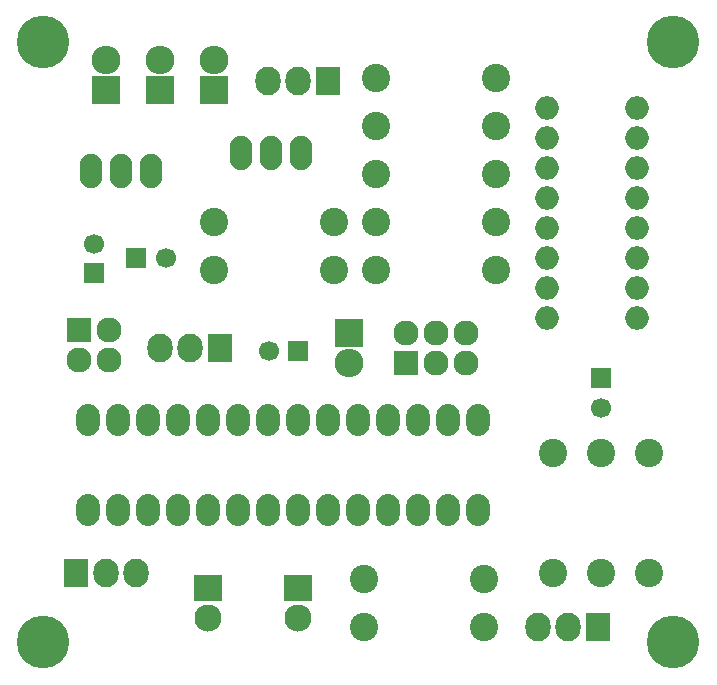
<source format=gbr>
G04 #@! TF.FileFunction,Soldermask,Top*
%FSLAX46Y46*%
G04 Gerber Fmt 4.6, Leading zero omitted, Abs format (unit mm)*
G04 Created by KiCad (PCBNEW 4.0.2-stable) date 2016-10-26 13:47:51*
%MOMM*%
G01*
G04 APERTURE LIST*
%ADD10C,0.100000*%
%ADD11R,1.700000X1.700000*%
%ADD12C,1.700000*%
%ADD13R,2.400000X2.300000*%
%ADD14C,2.300000*%
%ADD15R,2.127200X2.127200*%
%ADD16O,2.127200X2.127200*%
%ADD17R,2.127200X2.432000*%
%ADD18O,2.127200X2.432000*%
%ADD19R,2.432000X2.432000*%
%ADD20O,2.432000X2.432000*%
%ADD21C,2.398980*%
%ADD22O,1.901140X2.899360*%
%ADD23O,2.000000X2.000000*%
%ADD24O,2.000000X2.700000*%
%ADD25C,4.464000*%
G04 APERTURE END LIST*
D10*
D11*
X140970000Y-59182000D03*
D12*
X138470000Y-59182000D03*
D11*
X123698000Y-52578000D03*
D12*
X123698000Y-50078000D03*
D11*
X127254000Y-51308000D03*
D12*
X129754000Y-51308000D03*
D11*
X166624000Y-61468000D03*
D12*
X166624000Y-63968000D03*
D13*
X140970000Y-79248000D03*
D14*
X140970000Y-81788000D03*
D13*
X133350000Y-79248000D03*
D14*
X133350000Y-81788000D03*
D15*
X150114000Y-60198000D03*
D16*
X150114000Y-57658000D03*
X152654000Y-60198000D03*
X152654000Y-57658000D03*
X155194000Y-60198000D03*
X155194000Y-57658000D03*
D17*
X166370000Y-82550000D03*
D18*
X163830000Y-82550000D03*
X161290000Y-82550000D03*
D19*
X145288000Y-57658000D03*
D20*
X145288000Y-60198000D03*
D19*
X124714000Y-37084000D03*
D20*
X124714000Y-34544000D03*
D17*
X122174000Y-77978000D03*
D18*
X124714000Y-77978000D03*
X127254000Y-77978000D03*
D19*
X133858000Y-37084000D03*
D20*
X133858000Y-34544000D03*
D19*
X129286000Y-37084000D03*
D20*
X129286000Y-34544000D03*
D21*
X156718000Y-78486000D03*
X146558000Y-78486000D03*
X170688000Y-67818000D03*
X170688000Y-77978000D03*
X156718000Y-82550000D03*
X146558000Y-82550000D03*
X166624000Y-77978000D03*
X166624000Y-67818000D03*
X147574000Y-36068000D03*
X157734000Y-36068000D03*
X162560000Y-67818000D03*
X162560000Y-77978000D03*
X144018000Y-52324000D03*
X133858000Y-52324000D03*
X157734000Y-48260000D03*
X147574000Y-48260000D03*
X147574000Y-52324000D03*
X157734000Y-52324000D03*
X157734000Y-44196000D03*
X147574000Y-44196000D03*
X147574000Y-40132000D03*
X157734000Y-40132000D03*
X144018000Y-48260000D03*
X133858000Y-48260000D03*
D17*
X134366000Y-58928000D03*
D18*
X131826000Y-58928000D03*
X129286000Y-58928000D03*
D17*
X143510000Y-36322000D03*
D18*
X140970000Y-36322000D03*
X138430000Y-36322000D03*
D22*
X125984000Y-43942000D03*
X128524000Y-43942000D03*
X123444000Y-43942000D03*
X138684000Y-42418000D03*
X141224000Y-42418000D03*
X136144000Y-42418000D03*
D15*
X122428000Y-57404000D03*
D16*
X124968000Y-57404000D03*
X122428000Y-59944000D03*
X124968000Y-59944000D03*
D23*
X169672000Y-56388000D03*
X169672000Y-53848000D03*
X169672000Y-51308000D03*
X169672000Y-48768000D03*
X169672000Y-46228000D03*
X169672000Y-43688000D03*
X169672000Y-41148000D03*
X169672000Y-38608000D03*
X162052000Y-38608000D03*
X162052000Y-41148000D03*
X162052000Y-43688000D03*
X162052000Y-46228000D03*
X162052000Y-48768000D03*
X162052000Y-51308000D03*
X162052000Y-53848000D03*
X162052000Y-56388000D03*
D24*
X123190000Y-72644000D03*
X125730000Y-72644000D03*
X128270000Y-72644000D03*
X130810000Y-72644000D03*
X133350000Y-72644000D03*
X135890000Y-72644000D03*
X138430000Y-72644000D03*
X140970000Y-72644000D03*
X143510000Y-72644000D03*
X146050000Y-72644000D03*
X148590000Y-72644000D03*
X151130000Y-72644000D03*
X153670000Y-72644000D03*
X156210000Y-72644000D03*
X156210000Y-65024000D03*
X153670000Y-65024000D03*
X151130000Y-65024000D03*
X148590000Y-65024000D03*
X146050000Y-65024000D03*
X143510000Y-65024000D03*
X140970000Y-65024000D03*
X138430000Y-65024000D03*
X135890000Y-65024000D03*
X133350000Y-65024000D03*
X130810000Y-65024000D03*
X128270000Y-65024000D03*
X125730000Y-65024000D03*
X123190000Y-65024000D03*
D25*
X119380000Y-33020000D03*
X172720000Y-33020000D03*
X172720000Y-83820000D03*
X119380000Y-83820000D03*
M02*

</source>
